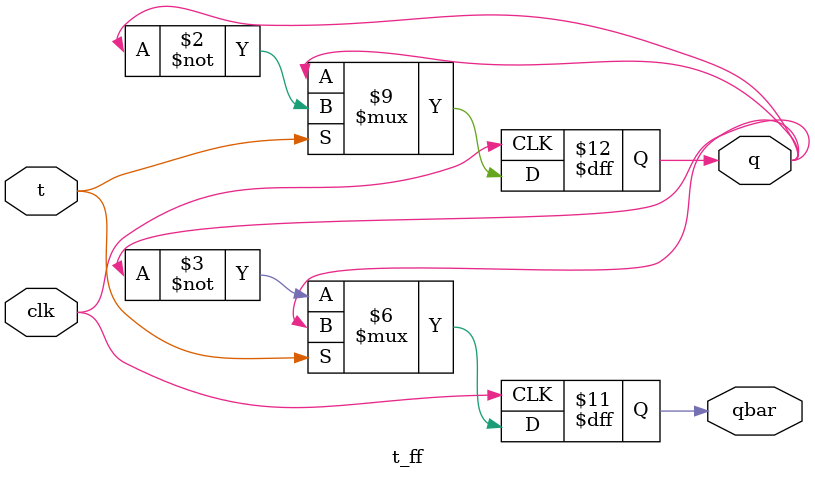
<source format=v>
`timescale 1ns / 1ps

module t_ff(
    input clk,t,
   output reg qbar,
    output reg q
    );
 initial
  q<=0;
 always@(posedge clk)begin

     if (t)begin
        q   <= ~q;
        qbar <= q;
      end 
      else begin
        q <= q; 
         qbar <= ~q;
     end
 end    
 
 

endmodule
</source>
